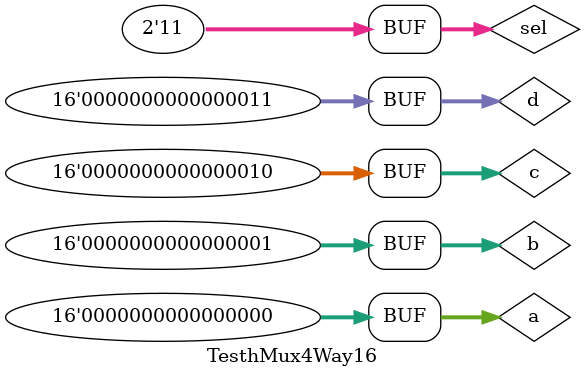
<source format=v>
`timescale 1ns / 1ps


module TesthMux4Way16;

	// Inputs
	reg [15:0] a;
	reg [15:0] b;
	reg [15:0] c;
	reg [15:0] d;
	reg [1:0] sel;

	// Outputs
	wire [15:0] out;

	// Instantiate the Unit Under Test (UUT)
	hMux4Way16 uut (
		.a(a), 
		.b(b), 
		.c(c), 
		.d(d), 
		.sel(sel), 
		.out(out)
	);

	initial begin
		// Initialize Inputs
		a = 0;
		b = 0;
		c = 0;
		d = 0;
		sel = 0;

		// Wait 100 ns for global reset to finish
		#100;
        
		// Add stimulus here
		a = 0;
		b = 16'b01;
		c = 16'b10;
		d = 16'b11;
		sel = 2'b00;
		
		#100;

		sel = 2'b01;
		
		#100;
		
		sel = 2'b10;
		
		#100;
		
		sel = 2'b11;
		
		#100;
	end
      
endmodule


</source>
